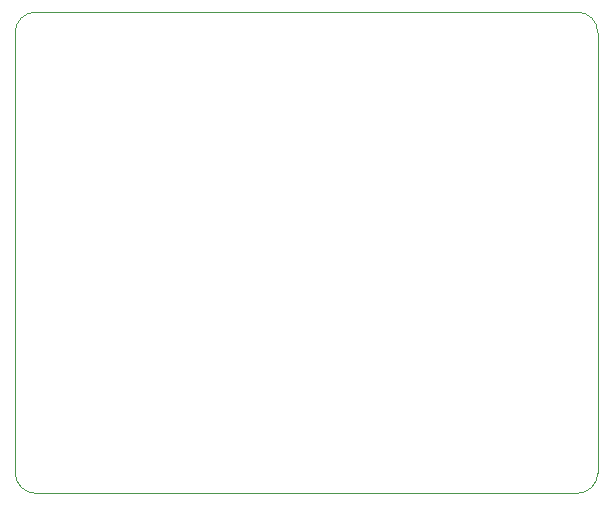
<source format=gm1>
G04 #@! TF.GenerationSoftware,KiCad,Pcbnew,7.0.1-0*
G04 #@! TF.CreationDate,2023-04-12T11:12:59+08:00*
G04 #@! TF.ProjectId,slimarm_classic_2410,736c696d-6172-46d5-9f63-6c6173736963,rev?*
G04 #@! TF.SameCoordinates,Original*
G04 #@! TF.FileFunction,Profile,NP*
%FSLAX46Y46*%
G04 Gerber Fmt 4.6, Leading zero omitted, Abs format (unit mm)*
G04 Created by KiCad (PCBNEW 7.0.1-0) date 2023-04-12 11:12:59*
%MOMM*%
%LPD*%
G01*
G04 APERTURE LIST*
G04 #@! TA.AperFunction,Profile*
%ADD10C,0.100000*%
G04 #@! TD*
G04 APERTURE END LIST*
D10*
X21000000Y-46068558D02*
X21000000Y-8790577D01*
X70329457Y-8801443D02*
G75*
G03*
X68589423Y-7058445I-1742957J43D01*
G01*
X68588558Y-47809469D02*
X22739377Y-47810898D01*
X21000000Y-46068558D02*
G75*
G03*
X22739377Y-47810898I1742300J-42D01*
G01*
X22735085Y-7058432D02*
X68589423Y-7058445D01*
X70329469Y-8801442D02*
X70329469Y-46069423D01*
X22735085Y-7058438D02*
G75*
G03*
X21000000Y-8790577I-5J-1735082D01*
G01*
X68588558Y-47807371D02*
G75*
G03*
X70329469Y-46069423I42J1740871D01*
G01*
M02*

</source>
